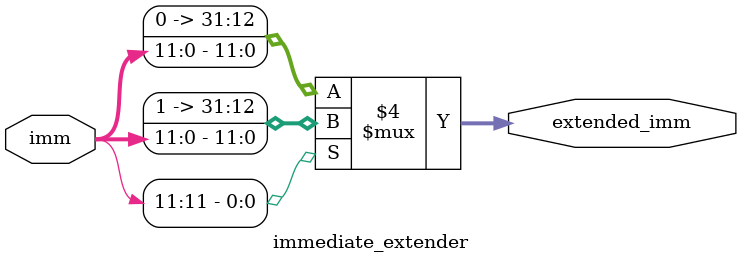
<source format=v>
module immediate_extender (
    input [11:0] imm,
    output reg [31:0] extended_imm
);

    always @* begin
        // Sign extension logic
        if (imm[11] == 1) begin
			// Negative number, pad with 1s
			extended_imm = { {20{1'b1}}, imm };
			end else begin
			// Positive number, pad with 0s
			extended_imm = { {20{1'b0}}, imm };
		end
   end

endmodule



</source>
